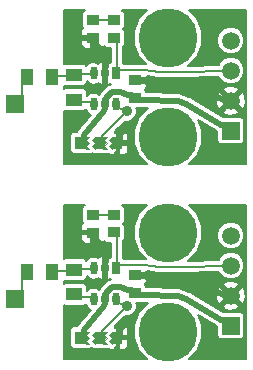
<source format=gtl>
%FSLAX45Y45*%
G04 Gerber Fmt 4.5, Leading zero omitted, Abs format (unit mm)*
G04 Created by KiCad (PCBNEW (2014-07-12 BZR 4289 GOST-COMMITTERS)-product) date 15.03.2017 23:16:08*
%MOMM*%
G01*
G04 APERTURE LIST*
%ADD10C,0.150000*%
%ADD11C,0.100000*%
%ADD12C,1.500000*%
%ADD13R,1.000000X0.900000*%
%ADD14R,1.100000X1.400000*%
%ADD15R,1.016000X0.889000*%
%ADD16R,1.000000X1.100000*%
%ADD17R,0.700000X1.100000*%
%ADD18R,0.900000X1.100000*%
%ADD19R,1.500000X1.500000*%
%ADD20R,0.635000X1.099820*%
%ADD21O,0.635000X1.099820*%
%ADD22R,1.400000X1.100000*%
%ADD23C,5.000000*%
%ADD24C,0.900000*%
%ADD25C,0.500000*%
%ADD26C,0.200000*%
G04 APERTURE END LIST*
D10*
D11*
X11006600Y-9576000D02*
X11006600Y-9476000D01*
X10981600Y-9551000D02*
X11006600Y-9576000D01*
X11006600Y-9526000D02*
X10981600Y-9551000D01*
X10981600Y-9501000D02*
X11006600Y-9526000D01*
X11006600Y-9476000D02*
X10981600Y-9501000D01*
X11001600Y-9491000D02*
X11001600Y-9501000D01*
X10991600Y-9501000D02*
X11001600Y-9491000D01*
X11001600Y-9511000D02*
X10991600Y-9501000D01*
X11001600Y-9541000D02*
X11001600Y-9556000D01*
X10991600Y-9551000D02*
X11001600Y-9541000D01*
X11001600Y-9566000D02*
X10991600Y-9551000D01*
X10936600Y-9501000D02*
X10961600Y-9476000D01*
X10961600Y-9526000D02*
X10936600Y-9501000D01*
X10936600Y-9551000D02*
X10961600Y-9576000D01*
X10961600Y-9526000D02*
X10936600Y-9551000D01*
X10931600Y-9576000D02*
X10961600Y-9576000D01*
X10931600Y-9476000D02*
X10931600Y-9576000D01*
X10961600Y-9476000D02*
X10931600Y-9476000D01*
X10946600Y-9481000D02*
X10936600Y-9491000D01*
X10936600Y-9481000D02*
X10946600Y-9481000D01*
X10936600Y-9561000D02*
X10941600Y-9566000D01*
X10936600Y-9571000D02*
X10936600Y-9561000D01*
X10951600Y-9571000D02*
X10936600Y-9571000D01*
X10941600Y-9536000D02*
X10941600Y-9526000D01*
X10951600Y-9526000D02*
X10941600Y-9536000D01*
X10936600Y-9511000D02*
X10951600Y-9526000D01*
X10936600Y-9546000D02*
X10936600Y-9511000D01*
X10791600Y-9546000D02*
X10791600Y-9511000D01*
X10791600Y-9511000D02*
X10806600Y-9526000D01*
X10806600Y-9526000D02*
X10796600Y-9536000D01*
X10796600Y-9536000D02*
X10796600Y-9526000D01*
X10806600Y-9571000D02*
X10791600Y-9571000D01*
X10791600Y-9571000D02*
X10791600Y-9561000D01*
X10791600Y-9561000D02*
X10796600Y-9566000D01*
X10856600Y-9566000D02*
X10846600Y-9551000D01*
X10846600Y-9551000D02*
X10856600Y-9541000D01*
X10856600Y-9541000D02*
X10856600Y-9556000D01*
X10856600Y-9511000D02*
X10846600Y-9501000D01*
X10846600Y-9501000D02*
X10856600Y-9491000D01*
X10856600Y-9491000D02*
X10856600Y-9501000D01*
X10791600Y-9481000D02*
X10801600Y-9481000D01*
X10801600Y-9481000D02*
X10791600Y-9491000D01*
X10816600Y-9476000D02*
X10786600Y-9476000D01*
X10786600Y-9476000D02*
X10786600Y-9576000D01*
X10786600Y-9576000D02*
X10816600Y-9576000D01*
X10861600Y-9476000D02*
X10836600Y-9501000D01*
X10836600Y-9501000D02*
X10861600Y-9526000D01*
X10861600Y-9526000D02*
X10836600Y-9551000D01*
X10836600Y-9551000D02*
X10861600Y-9576000D01*
X10861600Y-9576000D02*
X10861600Y-9476000D01*
X10816600Y-9526000D02*
X10791600Y-9551000D01*
X10791600Y-9551000D02*
X10816600Y-9576000D01*
X10816600Y-9526000D02*
X10791600Y-9501000D01*
X10791600Y-9501000D02*
X10816600Y-9476000D01*
X11006600Y-11226000D02*
X11006600Y-11126000D01*
X10981600Y-11201000D02*
X11006600Y-11226000D01*
X11006600Y-11176000D02*
X10981600Y-11201000D01*
X10981600Y-11151000D02*
X11006600Y-11176000D01*
X11006600Y-11126000D02*
X10981600Y-11151000D01*
X11001600Y-11141000D02*
X11001600Y-11151000D01*
X10991600Y-11151000D02*
X11001600Y-11141000D01*
X11001600Y-11161000D02*
X10991600Y-11151000D01*
X11001600Y-11191000D02*
X11001600Y-11206000D01*
X10991600Y-11201000D02*
X11001600Y-11191000D01*
X11001600Y-11216000D02*
X10991600Y-11201000D01*
X10936600Y-11151000D02*
X10961600Y-11126000D01*
X10961600Y-11176000D02*
X10936600Y-11151000D01*
X10936600Y-11201000D02*
X10961600Y-11226000D01*
X10961600Y-11176000D02*
X10936600Y-11201000D01*
X10931600Y-11226000D02*
X10961600Y-11226000D01*
X10931600Y-11126000D02*
X10931600Y-11226000D01*
X10961600Y-11126000D02*
X10931600Y-11126000D01*
X10946600Y-11131000D02*
X10936600Y-11141000D01*
X10936600Y-11131000D02*
X10946600Y-11131000D01*
X10936600Y-11211000D02*
X10941600Y-11216000D01*
X10936600Y-11221000D02*
X10936600Y-11211000D01*
X10951600Y-11221000D02*
X10936600Y-11221000D01*
X10941600Y-11186000D02*
X10941600Y-11176000D01*
X10951600Y-11176000D02*
X10941600Y-11186000D01*
X10936600Y-11161000D02*
X10951600Y-11176000D01*
X10936600Y-11196000D02*
X10936600Y-11161000D01*
X10791600Y-11196000D02*
X10791600Y-11161000D01*
X10791600Y-11161000D02*
X10806600Y-11176000D01*
X10806600Y-11176000D02*
X10796600Y-11186000D01*
X10796600Y-11186000D02*
X10796600Y-11176000D01*
X10806600Y-11221000D02*
X10791600Y-11221000D01*
X10791600Y-11221000D02*
X10791600Y-11211000D01*
X10791600Y-11211000D02*
X10796600Y-11216000D01*
X10856600Y-11216000D02*
X10846600Y-11201000D01*
X10846600Y-11201000D02*
X10856600Y-11191000D01*
X10856600Y-11191000D02*
X10856600Y-11206000D01*
X10856600Y-11161000D02*
X10846600Y-11151000D01*
X10846600Y-11151000D02*
X10856600Y-11141000D01*
X10856600Y-11141000D02*
X10856600Y-11151000D01*
X10791600Y-11131000D02*
X10801600Y-11131000D01*
X10801600Y-11131000D02*
X10791600Y-11141000D01*
X10816600Y-11126000D02*
X10786600Y-11126000D01*
X10786600Y-11126000D02*
X10786600Y-11226000D01*
X10786600Y-11226000D02*
X10816600Y-11226000D01*
X10861600Y-11126000D02*
X10836600Y-11151000D01*
X10836600Y-11151000D02*
X10861600Y-11176000D01*
X10861600Y-11176000D02*
X10836600Y-11201000D01*
X10836600Y-11201000D02*
X10861600Y-11226000D01*
X10861600Y-11226000D02*
X10861600Y-11126000D01*
X10816600Y-11176000D02*
X10791600Y-11201000D01*
X10791600Y-11201000D02*
X10816600Y-11226000D01*
X10816600Y-11176000D02*
X10791600Y-11151000D01*
X10791600Y-11151000D02*
X10816600Y-11126000D01*
D12*
X12014200Y-8662400D03*
D13*
X11023600Y-8635800D03*
X11023600Y-8485800D03*
D14*
X10286800Y-8967200D03*
X10496800Y-8967200D03*
D15*
X10845800Y-8484600D03*
X10845800Y-8637000D03*
D16*
X10741600Y-9526000D03*
D17*
X10896600Y-9526000D03*
D18*
X11051600Y-9526000D03*
D19*
X10185400Y-9195800D03*
D20*
X11042396Y-8938752D03*
D21*
X10947400Y-8938752D03*
X10852404Y-8938752D03*
X10852404Y-9198848D03*
X10947400Y-9198848D03*
X11042396Y-9198848D03*
D15*
X11201400Y-9145000D03*
X11201400Y-8992600D03*
D22*
X10685600Y-8950600D03*
X10685600Y-9160600D03*
D23*
X11480800Y-8637000D03*
X11480800Y-9475200D03*
D12*
X12014200Y-8916400D03*
D19*
X12014200Y-9424400D03*
D12*
X12014200Y-9170400D03*
X12014200Y-10566400D03*
D19*
X12014200Y-11074400D03*
D12*
X12014200Y-10820400D03*
D23*
X11480800Y-11125200D03*
X11480800Y-10287000D03*
D22*
X10685600Y-10600600D03*
X10685600Y-10810600D03*
D15*
X11201400Y-10795000D03*
X11201400Y-10642600D03*
D20*
X11042396Y-10588752D03*
D21*
X10947400Y-10588752D03*
X10852404Y-10588752D03*
X10852404Y-10848848D03*
X10947400Y-10848848D03*
X11042396Y-10848848D03*
D19*
X10185400Y-10845800D03*
D16*
X10741600Y-11176000D03*
D17*
X10896600Y-11176000D03*
D18*
X11051600Y-11176000D03*
D15*
X10845800Y-10134600D03*
X10845800Y-10287000D03*
D14*
X10286800Y-10617200D03*
X10496800Y-10617200D03*
D13*
X11023600Y-10285800D03*
X11023600Y-10135800D03*
D12*
X12014200Y-10312400D03*
D24*
X11134400Y-9405700D03*
X11317200Y-9003800D03*
X10965400Y-8819400D03*
X10650000Y-9350000D03*
X10650000Y-8750000D03*
X10650000Y-8450000D03*
X10650000Y-9650000D03*
X11171670Y-8823350D03*
X11171670Y-10473350D03*
X10650000Y-11300000D03*
X10650000Y-10100000D03*
X10650000Y-10400000D03*
X10650000Y-11000000D03*
X10965400Y-10469400D03*
X11317200Y-10653800D03*
X11134400Y-11055700D03*
X11131000Y-9261300D03*
X11131000Y-10911300D03*
D25*
X10650000Y-8750000D02*
X10650000Y-8450000D01*
X10955640Y-8860970D02*
X10965400Y-8819400D01*
X10947400Y-8915510D02*
X10955640Y-8860970D01*
X10947400Y-8938750D02*
X10947400Y-8915510D01*
X12014200Y-9170400D02*
X11317200Y-9003800D01*
X11071600Y-9496000D02*
X11051600Y-9526000D01*
X11071600Y-9471000D02*
X11071600Y-9496000D01*
X11071600Y-9460640D02*
X11071600Y-9471000D01*
X11086240Y-9446000D02*
X11071600Y-9460640D01*
X11134400Y-9405700D02*
X11086240Y-9446000D01*
X11227200Y-9003800D02*
X11201400Y-8992600D01*
X11252200Y-9003800D02*
X11227200Y-9003800D01*
X11317200Y-9003800D02*
X11252200Y-9003800D01*
X10871600Y-8656450D02*
X10845800Y-8637000D01*
X10871600Y-8681450D02*
X10871600Y-8656450D01*
X10871600Y-8691810D02*
X10871600Y-8681450D01*
X10965400Y-8819400D02*
X10871600Y-8691810D01*
X10965400Y-10469400D02*
X10871600Y-10341810D01*
X10871600Y-10341810D02*
X10871600Y-10331450D01*
X10871600Y-10331450D02*
X10871600Y-10306450D01*
X10871600Y-10306450D02*
X10845800Y-10287000D01*
X11317200Y-10653800D02*
X11252200Y-10653800D01*
X11252200Y-10653800D02*
X11227200Y-10653800D01*
X11227200Y-10653800D02*
X11201400Y-10642600D01*
X11134400Y-11055700D02*
X11086240Y-11096000D01*
X11086240Y-11096000D02*
X11071600Y-11110640D01*
X11071600Y-11110640D02*
X11071600Y-11121000D01*
X11071600Y-11121000D02*
X11071600Y-11146000D01*
X11071600Y-11146000D02*
X11051600Y-11176000D01*
X12014200Y-10820400D02*
X11317200Y-10653800D01*
X10947400Y-10588750D02*
X10947400Y-10565510D01*
X10947400Y-10565510D02*
X10955640Y-10510970D01*
X10955640Y-10510970D02*
X10965400Y-10469400D01*
X10650000Y-10400000D02*
X10650000Y-10100000D01*
X10947400Y-9175610D02*
X10947400Y-9198850D01*
X10961730Y-9142200D02*
X10947400Y-9175610D01*
X11008990Y-9094940D02*
X10961730Y-9142200D01*
X11075810Y-9094940D02*
X11008990Y-9094940D01*
X11140240Y-9125550D02*
X11075810Y-9094940D01*
X11150600Y-9125550D02*
X11140240Y-9125550D01*
X11175600Y-9125550D02*
X11150600Y-9125550D01*
X11201400Y-9145000D02*
X11175600Y-9125550D01*
X10766600Y-9496000D02*
X10741600Y-9526000D01*
X10766600Y-9471000D02*
X10766600Y-9496000D01*
X10766600Y-9460640D02*
X10766600Y-9471000D01*
X10939160Y-9258030D02*
X10766600Y-9460640D01*
X10947400Y-9222090D02*
X10939160Y-9258030D01*
X10947400Y-9198850D02*
X10947400Y-9222090D01*
X11227200Y-9164450D02*
X11201400Y-9145000D01*
X11252200Y-9164450D02*
X11227200Y-9164450D01*
X11262560Y-9164450D02*
X11252200Y-9164450D01*
X11568600Y-9170190D02*
X11262560Y-9164450D01*
X11634390Y-9197440D02*
X11568600Y-9170190D01*
X11928840Y-9374400D02*
X11634390Y-9197440D01*
X11939200Y-9374400D02*
X11928840Y-9374400D01*
X11964200Y-9374400D02*
X11939200Y-9374400D01*
X12014200Y-9424400D02*
X11964200Y-9374400D01*
X12014200Y-11074400D02*
X11964200Y-11024400D01*
X11964200Y-11024400D02*
X11939200Y-11024400D01*
X11939200Y-11024400D02*
X11928840Y-11024400D01*
X11928840Y-11024400D02*
X11634390Y-10847440D01*
X11634390Y-10847440D02*
X11568600Y-10820190D01*
X11568600Y-10820190D02*
X11262560Y-10814450D01*
X11262560Y-10814450D02*
X11252200Y-10814450D01*
X11252200Y-10814450D02*
X11227200Y-10814450D01*
X11227200Y-10814450D02*
X11201400Y-10795000D01*
X10947400Y-10848850D02*
X10947400Y-10872090D01*
X10947400Y-10872090D02*
X10939160Y-10908030D01*
X10939160Y-10908030D02*
X10766600Y-11110640D01*
X10766600Y-11110640D02*
X10766600Y-11121000D01*
X10766600Y-11121000D02*
X10766600Y-11146000D01*
X10766600Y-11146000D02*
X10741600Y-11176000D01*
X11201400Y-10795000D02*
X11175600Y-10775550D01*
X11175600Y-10775550D02*
X11150600Y-10775550D01*
X11150600Y-10775550D02*
X11140240Y-10775550D01*
X11140240Y-10775550D02*
X11075810Y-10744940D01*
X11075810Y-10744940D02*
X11008990Y-10744940D01*
X11008990Y-10744940D02*
X10961730Y-10792200D01*
X10961730Y-10792200D02*
X10947400Y-10825610D01*
X10947400Y-10825610D02*
X10947400Y-10848850D01*
D26*
X10886600Y-8485200D02*
X10845800Y-8484600D01*
X10896600Y-8485200D02*
X10886600Y-8485200D01*
X10973600Y-8485200D02*
X10896600Y-8485200D01*
X10983600Y-8485200D02*
X10973600Y-8485200D01*
X11023600Y-8485800D02*
X10983600Y-8485200D01*
X11023600Y-10135800D02*
X10983600Y-10135200D01*
X10983600Y-10135200D02*
X10973600Y-10135200D01*
X10973600Y-10135200D02*
X10896600Y-10135200D01*
X10896600Y-10135200D02*
X10886600Y-10135200D01*
X10886600Y-10135200D02*
X10845800Y-10134600D01*
X10852400Y-8944670D02*
X10852400Y-8938750D01*
X10755600Y-8944670D02*
X10852400Y-8944670D01*
X10745600Y-8944670D02*
X10755600Y-8944670D01*
X10685600Y-8950600D02*
X10745600Y-8944670D01*
X10541800Y-8958900D02*
X10496800Y-8967200D01*
X10551800Y-8958900D02*
X10541800Y-8958900D01*
X10615600Y-8958900D02*
X10551800Y-8958900D01*
X10625600Y-8958900D02*
X10615600Y-8958900D01*
X10685600Y-8950600D02*
X10625600Y-8958900D01*
X10685600Y-10600600D02*
X10625600Y-10608900D01*
X10625600Y-10608900D02*
X10615600Y-10608900D01*
X10615600Y-10608900D02*
X10551800Y-10608900D01*
X10551800Y-10608900D02*
X10541800Y-10608900D01*
X10541800Y-10608900D02*
X10496800Y-10617200D01*
X10685600Y-10600600D02*
X10745600Y-10594670D01*
X10745600Y-10594670D02*
X10755600Y-10594670D01*
X10755600Y-10594670D02*
X10852400Y-10594670D01*
X10852400Y-10594670D02*
X10852400Y-10588750D01*
X10745600Y-9179720D02*
X10685600Y-9160600D01*
X10755600Y-9179720D02*
X10745600Y-9179720D01*
X10852400Y-9179720D02*
X10755600Y-9179720D01*
X10852400Y-9198850D02*
X10852400Y-9179720D01*
X10852400Y-10848850D02*
X10852400Y-10829720D01*
X10852400Y-10829720D02*
X10755600Y-10829720D01*
X10755600Y-10829720D02*
X10745600Y-10829720D01*
X10745600Y-10829720D02*
X10685600Y-10810600D01*
X11049100Y-8670800D02*
X11023600Y-8635800D01*
X11049100Y-8680800D02*
X11049100Y-8670800D01*
X11049100Y-8883760D02*
X11049100Y-8680800D01*
X11049100Y-8893760D02*
X11049100Y-8883760D01*
X11042400Y-8938750D02*
X11049100Y-8893760D01*
X11064150Y-8908250D02*
X11042400Y-8938750D01*
X11074150Y-8908250D02*
X11064150Y-8908250D01*
X11206840Y-8908250D02*
X11074150Y-8908250D01*
X11210630Y-8908140D02*
X11206840Y-8908250D01*
X11243770Y-8908140D02*
X11210630Y-8908140D01*
X11268770Y-8908140D02*
X11243770Y-8908140D01*
X11352410Y-8918790D02*
X11268770Y-8908140D01*
X11395990Y-8927010D02*
X11352410Y-8918790D01*
X11565610Y-8927010D02*
X11395990Y-8927010D01*
X12014200Y-8916400D02*
X11565610Y-8927010D01*
X12014200Y-10566400D02*
X11565610Y-10577010D01*
X11565610Y-10577010D02*
X11395990Y-10577010D01*
X11395990Y-10577010D02*
X11352410Y-10568790D01*
X11352410Y-10568790D02*
X11268770Y-10558140D01*
X11268770Y-10558140D02*
X11243770Y-10558140D01*
X11243770Y-10558140D02*
X11210630Y-10558140D01*
X11210630Y-10558140D02*
X11206840Y-10558250D01*
X11206840Y-10558250D02*
X11074150Y-10558250D01*
X11074150Y-10558250D02*
X11064150Y-10558250D01*
X11064150Y-10558250D02*
X11042400Y-10588750D01*
X11042400Y-10588750D02*
X11049100Y-10543760D01*
X11049100Y-10543760D02*
X11049100Y-10533760D01*
X11049100Y-10533760D02*
X11049100Y-10330800D01*
X11049100Y-10330800D02*
X11049100Y-10320800D01*
X11049100Y-10320800D02*
X11023600Y-10285800D01*
X10921600Y-9481000D02*
X10896600Y-9526000D01*
X10921600Y-9471000D02*
X10921600Y-9481000D01*
X10921600Y-9466860D02*
X10921600Y-9471000D01*
X10927460Y-9461000D02*
X10921600Y-9466860D01*
X11131000Y-9261300D02*
X10927460Y-9461000D01*
X11042400Y-9222090D02*
X11131000Y-9261300D01*
X11042400Y-9198850D02*
X11042400Y-9222090D01*
X11042400Y-10848850D02*
X11042400Y-10872090D01*
X11042400Y-10872090D02*
X11131000Y-10911300D01*
X11131000Y-10911300D02*
X10927460Y-11111000D01*
X10927460Y-11111000D02*
X10921600Y-11116860D01*
X10921600Y-11116860D02*
X10921600Y-11121000D01*
X10921600Y-11121000D02*
X10921600Y-11131000D01*
X10921600Y-11131000D02*
X10896600Y-11176000D01*
X10241800Y-9130800D02*
X10185400Y-9195800D01*
X10241800Y-9120800D02*
X10241800Y-9130800D01*
X10241800Y-9037200D02*
X10241800Y-9120800D01*
X10241800Y-9027200D02*
X10241800Y-9037200D01*
X10286800Y-8967200D02*
X10241800Y-9027200D01*
X10286800Y-10617200D02*
X10241800Y-10677200D01*
X10241800Y-10677200D02*
X10241800Y-10687200D01*
X10241800Y-10687200D02*
X10241800Y-10770800D01*
X10241800Y-10770800D02*
X10241800Y-10780800D01*
X10241800Y-10780800D02*
X10185400Y-10845800D01*
G36*
X10999100Y-10495248D02*
X10992344Y-10498046D01*
X10974787Y-10488485D01*
X10962400Y-10497905D01*
X10962400Y-10573752D01*
X10964400Y-10573752D01*
X10964400Y-10603752D01*
X10962400Y-10603752D01*
X10962400Y-10679599D01*
X10974787Y-10689019D01*
X10992344Y-10679458D01*
X10998531Y-10682020D01*
X10988242Y-10684067D01*
X10984116Y-10684888D01*
X10963028Y-10698978D01*
X10915768Y-10746238D01*
X10908943Y-10756453D01*
X10901993Y-10766578D01*
X10900266Y-10770605D01*
X10899902Y-10770848D01*
X10879862Y-10757458D01*
X10852404Y-10751996D01*
X10824947Y-10757458D01*
X10801669Y-10773011D01*
X10797186Y-10779720D01*
X10795600Y-10779720D01*
X10795600Y-10747644D01*
X10789510Y-10732942D01*
X10778258Y-10721690D01*
X10763557Y-10715600D01*
X10747644Y-10715600D01*
X10607644Y-10715600D01*
X10601800Y-10718020D01*
X10601800Y-10693180D01*
X10607644Y-10695600D01*
X10623557Y-10695600D01*
X10763557Y-10695600D01*
X10778258Y-10689510D01*
X10789510Y-10678258D01*
X10795600Y-10663557D01*
X10795600Y-10655506D01*
X10801669Y-10664589D01*
X10824947Y-10680142D01*
X10852404Y-10685604D01*
X10879862Y-10680142D01*
X10891225Y-10672550D01*
X10892240Y-10673894D01*
X10920013Y-10689019D01*
X10932400Y-10679599D01*
X10932400Y-10603752D01*
X10930400Y-10603752D01*
X10930400Y-10573752D01*
X10932400Y-10573752D01*
X10932400Y-10497905D01*
X10920013Y-10488485D01*
X10892240Y-10503610D01*
X10891225Y-10504954D01*
X10879862Y-10497362D01*
X10852404Y-10491900D01*
X10830800Y-10496197D01*
X10830800Y-10368950D01*
X10830800Y-10302000D01*
X10757500Y-10302000D01*
X10745000Y-10314500D01*
X10745000Y-10341396D01*
X10752612Y-10359773D01*
X10766677Y-10373838D01*
X10785054Y-10381450D01*
X10804946Y-10381450D01*
X10818300Y-10381450D01*
X10830800Y-10368950D01*
X10830800Y-10496197D01*
X10824947Y-10497362D01*
X10801669Y-10512915D01*
X10791599Y-10527985D01*
X10789510Y-10522942D01*
X10778258Y-10511690D01*
X10763557Y-10505600D01*
X10747644Y-10505600D01*
X10607644Y-10505600D01*
X10601800Y-10508020D01*
X10601800Y-10055100D01*
X10775093Y-10055100D01*
X10772342Y-10056240D01*
X10761090Y-10067492D01*
X10755000Y-10082194D01*
X10755000Y-10098107D01*
X10755000Y-10187007D01*
X10761090Y-10201708D01*
X10763110Y-10203729D01*
X10752612Y-10214227D01*
X10745000Y-10232604D01*
X10745000Y-10259500D01*
X10757500Y-10272000D01*
X10830800Y-10272000D01*
X10830800Y-10270000D01*
X10860800Y-10270000D01*
X10860800Y-10272000D01*
X10862800Y-10272000D01*
X10862800Y-10302000D01*
X10860800Y-10302000D01*
X10860800Y-10368950D01*
X10873300Y-10381450D01*
X10886654Y-10381450D01*
X10906546Y-10381450D01*
X10924923Y-10373838D01*
X10938988Y-10359773D01*
X10941043Y-10354812D01*
X10950942Y-10364710D01*
X10965644Y-10370800D01*
X10981557Y-10370800D01*
X10999100Y-10370800D01*
X10999100Y-10495248D01*
X10999100Y-10495248D01*
G37*
X10999100Y-10495248D02*
X10992344Y-10498046D01*
X10974787Y-10488485D01*
X10962400Y-10497905D01*
X10962400Y-10573752D01*
X10964400Y-10573752D01*
X10964400Y-10603752D01*
X10962400Y-10603752D01*
X10962400Y-10679599D01*
X10974787Y-10689019D01*
X10992344Y-10679458D01*
X10998531Y-10682020D01*
X10988242Y-10684067D01*
X10984116Y-10684888D01*
X10963028Y-10698978D01*
X10915768Y-10746238D01*
X10908943Y-10756453D01*
X10901993Y-10766578D01*
X10900266Y-10770605D01*
X10899902Y-10770848D01*
X10879862Y-10757458D01*
X10852404Y-10751996D01*
X10824947Y-10757458D01*
X10801669Y-10773011D01*
X10797186Y-10779720D01*
X10795600Y-10779720D01*
X10795600Y-10747644D01*
X10789510Y-10732942D01*
X10778258Y-10721690D01*
X10763557Y-10715600D01*
X10747644Y-10715600D01*
X10607644Y-10715600D01*
X10601800Y-10718020D01*
X10601800Y-10693180D01*
X10607644Y-10695600D01*
X10623557Y-10695600D01*
X10763557Y-10695600D01*
X10778258Y-10689510D01*
X10789510Y-10678258D01*
X10795600Y-10663557D01*
X10795600Y-10655506D01*
X10801669Y-10664589D01*
X10824947Y-10680142D01*
X10852404Y-10685604D01*
X10879862Y-10680142D01*
X10891225Y-10672550D01*
X10892240Y-10673894D01*
X10920013Y-10689019D01*
X10932400Y-10679599D01*
X10932400Y-10603752D01*
X10930400Y-10603752D01*
X10930400Y-10573752D01*
X10932400Y-10573752D01*
X10932400Y-10497905D01*
X10920013Y-10488485D01*
X10892240Y-10503610D01*
X10891225Y-10504954D01*
X10879862Y-10497362D01*
X10852404Y-10491900D01*
X10830800Y-10496197D01*
X10830800Y-10368950D01*
X10830800Y-10302000D01*
X10757500Y-10302000D01*
X10745000Y-10314500D01*
X10745000Y-10341396D01*
X10752612Y-10359773D01*
X10766677Y-10373838D01*
X10785054Y-10381450D01*
X10804946Y-10381450D01*
X10818300Y-10381450D01*
X10830800Y-10368950D01*
X10830800Y-10496197D01*
X10824947Y-10497362D01*
X10801669Y-10512915D01*
X10791599Y-10527985D01*
X10789510Y-10522942D01*
X10778258Y-10511690D01*
X10763557Y-10505600D01*
X10747644Y-10505600D01*
X10607644Y-10505600D01*
X10601800Y-10508020D01*
X10601800Y-10055100D01*
X10775093Y-10055100D01*
X10772342Y-10056240D01*
X10761090Y-10067492D01*
X10755000Y-10082194D01*
X10755000Y-10098107D01*
X10755000Y-10187007D01*
X10761090Y-10201708D01*
X10763110Y-10203729D01*
X10752612Y-10214227D01*
X10745000Y-10232604D01*
X10745000Y-10259500D01*
X10757500Y-10272000D01*
X10830800Y-10272000D01*
X10830800Y-10270000D01*
X10860800Y-10270000D01*
X10860800Y-10272000D01*
X10862800Y-10272000D01*
X10862800Y-10302000D01*
X10860800Y-10302000D01*
X10860800Y-10368950D01*
X10873300Y-10381450D01*
X10886654Y-10381450D01*
X10906546Y-10381450D01*
X10924923Y-10373838D01*
X10938988Y-10359773D01*
X10941043Y-10354812D01*
X10950942Y-10364710D01*
X10965644Y-10370800D01*
X10981557Y-10370800D01*
X10999100Y-10370800D01*
X10999100Y-10495248D01*
G36*
X11302625Y-10055100D02*
X11235093Y-10122514D01*
X11190850Y-10229062D01*
X11190750Y-10344432D01*
X11234807Y-10451057D01*
X11294680Y-10511036D01*
X11275086Y-10508541D01*
X11271901Y-10508763D01*
X11268770Y-10508140D01*
X11243770Y-10508140D01*
X11210630Y-10508140D01*
X11209907Y-10508284D01*
X11209179Y-10508161D01*
X11206113Y-10508250D01*
X11105204Y-10508250D01*
X11099100Y-10502146D01*
X11099100Y-10361869D01*
X11107510Y-10353458D01*
X11113600Y-10338757D01*
X11113600Y-10322844D01*
X11113600Y-10232844D01*
X11107510Y-10218142D01*
X11100169Y-10210800D01*
X11107510Y-10203458D01*
X11113600Y-10188757D01*
X11113600Y-10172844D01*
X11113600Y-10082844D01*
X11107510Y-10068142D01*
X11096258Y-10056890D01*
X11091938Y-10055100D01*
X11302625Y-10055100D01*
X11302625Y-10055100D01*
G37*
X11302625Y-10055100D02*
X11235093Y-10122514D01*
X11190850Y-10229062D01*
X11190750Y-10344432D01*
X11234807Y-10451057D01*
X11294680Y-10511036D01*
X11275086Y-10508541D01*
X11271901Y-10508763D01*
X11268770Y-10508140D01*
X11243770Y-10508140D01*
X11210630Y-10508140D01*
X11209907Y-10508284D01*
X11209179Y-10508161D01*
X11206113Y-10508250D01*
X11105204Y-10508250D01*
X11099100Y-10502146D01*
X11099100Y-10361869D01*
X11107510Y-10353458D01*
X11113600Y-10338757D01*
X11113600Y-10322844D01*
X11113600Y-10232844D01*
X11107510Y-10218142D01*
X11100169Y-10210800D01*
X11107510Y-10203458D01*
X11113600Y-10188757D01*
X11113600Y-10172844D01*
X11113600Y-10082844D01*
X11107510Y-10068142D01*
X11096258Y-10056890D01*
X11091938Y-10055100D01*
X11302625Y-10055100D01*
G36*
X11315493Y-10880454D02*
X11235093Y-10960714D01*
X11190850Y-11067262D01*
X11190750Y-11182632D01*
X11234807Y-11289257D01*
X11302531Y-11357100D01*
X11146600Y-11357100D01*
X11146600Y-11240946D01*
X11146600Y-11221054D01*
X11146600Y-11203500D01*
X11146600Y-11148500D01*
X11146600Y-11130946D01*
X11146600Y-11111054D01*
X11138988Y-11092677D01*
X11124923Y-11078612D01*
X11106546Y-11071000D01*
X11079100Y-11071000D01*
X11066600Y-11083500D01*
X11066600Y-11161000D01*
X11134100Y-11161000D01*
X11146600Y-11148500D01*
X11146600Y-11203500D01*
X11134100Y-11191000D01*
X11066600Y-11191000D01*
X11066600Y-11268500D01*
X11079100Y-11281000D01*
X11106546Y-11281000D01*
X11124923Y-11273388D01*
X11138988Y-11259323D01*
X11146600Y-11240946D01*
X11146600Y-11357100D01*
X10601800Y-11357100D01*
X10601800Y-10903180D01*
X10607644Y-10905600D01*
X10623557Y-10905600D01*
X10763557Y-10905600D01*
X10778258Y-10899510D01*
X10784497Y-10893271D01*
X10786116Y-10901408D01*
X10801669Y-10924685D01*
X10824947Y-10940238D01*
X10826146Y-10940477D01*
X10717115Y-11068495D01*
X10712177Y-11077342D01*
X10709732Y-11081000D01*
X10683644Y-11081000D01*
X10668942Y-11087090D01*
X10657690Y-11098342D01*
X10651600Y-11113044D01*
X10651600Y-11128957D01*
X10651600Y-11238956D01*
X10657690Y-11253658D01*
X10668942Y-11264910D01*
X10683644Y-11271000D01*
X10699557Y-11271000D01*
X10786600Y-11271000D01*
X10799557Y-11271000D01*
X10816600Y-11271000D01*
X10833821Y-11267575D01*
X10833821Y-11267575D01*
X10838488Y-11264456D01*
X10838942Y-11264910D01*
X10842757Y-11266491D01*
X10844379Y-11267575D01*
X10846293Y-11267955D01*
X10853644Y-11271000D01*
X10861600Y-11271000D01*
X10869557Y-11271000D01*
X10931600Y-11271000D01*
X10939557Y-11271000D01*
X10961600Y-11271000D01*
X10973519Y-11268629D01*
X10978277Y-11273388D01*
X10996654Y-11281000D01*
X11024100Y-11281000D01*
X11036600Y-11268500D01*
X11036600Y-11259036D01*
X11038420Y-11257820D01*
X11048175Y-11243221D01*
X11048175Y-11243221D01*
X11051600Y-11226000D01*
X11051600Y-11176000D01*
X11051600Y-11126000D01*
X11048175Y-11108779D01*
X11048175Y-11108779D01*
X11038420Y-11094180D01*
X11036600Y-11092964D01*
X11036600Y-11083500D01*
X11031788Y-11078688D01*
X11115773Y-10996287D01*
X11147833Y-10996315D01*
X11179086Y-10983402D01*
X11203017Y-10959512D01*
X11215985Y-10928282D01*
X11216015Y-10894467D01*
X11209810Y-10879450D01*
X11227200Y-10879450D01*
X11252200Y-10879450D01*
X11260156Y-10879450D01*
X11261949Y-10879450D01*
X11315493Y-10880454D01*
X11315493Y-10880454D01*
G37*
X11315493Y-10880454D02*
X11235093Y-10960714D01*
X11190850Y-11067262D01*
X11190750Y-11182632D01*
X11234807Y-11289257D01*
X11302531Y-11357100D01*
X11146600Y-11357100D01*
X11146600Y-11240946D01*
X11146600Y-11221054D01*
X11146600Y-11203500D01*
X11146600Y-11148500D01*
X11146600Y-11130946D01*
X11146600Y-11111054D01*
X11138988Y-11092677D01*
X11124923Y-11078612D01*
X11106546Y-11071000D01*
X11079100Y-11071000D01*
X11066600Y-11083500D01*
X11066600Y-11161000D01*
X11134100Y-11161000D01*
X11146600Y-11148500D01*
X11146600Y-11203500D01*
X11134100Y-11191000D01*
X11066600Y-11191000D01*
X11066600Y-11268500D01*
X11079100Y-11281000D01*
X11106546Y-11281000D01*
X11124923Y-11273388D01*
X11138988Y-11259323D01*
X11146600Y-11240946D01*
X11146600Y-11357100D01*
X10601800Y-11357100D01*
X10601800Y-10903180D01*
X10607644Y-10905600D01*
X10623557Y-10905600D01*
X10763557Y-10905600D01*
X10778258Y-10899510D01*
X10784497Y-10893271D01*
X10786116Y-10901408D01*
X10801669Y-10924685D01*
X10824947Y-10940238D01*
X10826146Y-10940477D01*
X10717115Y-11068495D01*
X10712177Y-11077342D01*
X10709732Y-11081000D01*
X10683644Y-11081000D01*
X10668942Y-11087090D01*
X10657690Y-11098342D01*
X10651600Y-11113044D01*
X10651600Y-11128957D01*
X10651600Y-11238956D01*
X10657690Y-11253658D01*
X10668942Y-11264910D01*
X10683644Y-11271000D01*
X10699557Y-11271000D01*
X10786600Y-11271000D01*
X10799557Y-11271000D01*
X10816600Y-11271000D01*
X10833821Y-11267575D01*
X10833821Y-11267575D01*
X10838488Y-11264456D01*
X10838942Y-11264910D01*
X10842757Y-11266491D01*
X10844379Y-11267575D01*
X10846293Y-11267955D01*
X10853644Y-11271000D01*
X10861600Y-11271000D01*
X10869557Y-11271000D01*
X10931600Y-11271000D01*
X10939557Y-11271000D01*
X10961600Y-11271000D01*
X10973519Y-11268629D01*
X10978277Y-11273388D01*
X10996654Y-11281000D01*
X11024100Y-11281000D01*
X11036600Y-11268500D01*
X11036600Y-11259036D01*
X11038420Y-11257820D01*
X11048175Y-11243221D01*
X11048175Y-11243221D01*
X11051600Y-11226000D01*
X11051600Y-11176000D01*
X11051600Y-11126000D01*
X11048175Y-11108779D01*
X11048175Y-11108779D01*
X11038420Y-11094180D01*
X11036600Y-11092964D01*
X11036600Y-11083500D01*
X11031788Y-11078688D01*
X11115773Y-10996287D01*
X11147833Y-10996315D01*
X11179086Y-10983402D01*
X11203017Y-10959512D01*
X11215985Y-10928282D01*
X11216015Y-10894467D01*
X11209810Y-10879450D01*
X11227200Y-10879450D01*
X11252200Y-10879450D01*
X11260156Y-10879450D01*
X11261949Y-10879450D01*
X11315493Y-10880454D01*
G36*
X12144500Y-11357100D02*
X12140768Y-11357100D01*
X12140768Y-10835360D01*
X12136858Y-10785786D01*
X12125408Y-10758143D01*
X12105393Y-10750421D01*
X12084179Y-10771634D01*
X12084179Y-10729207D01*
X12076457Y-10709192D01*
X12029160Y-10693832D01*
X11979586Y-10697742D01*
X11951943Y-10709192D01*
X11944220Y-10729207D01*
X12014200Y-10799187D01*
X12084179Y-10729207D01*
X12084179Y-10771634D01*
X12035413Y-10820400D01*
X12105393Y-10890380D01*
X12125408Y-10882657D01*
X12140768Y-10835360D01*
X12140768Y-11357100D01*
X11658975Y-11357100D01*
X11726507Y-11289686D01*
X11770749Y-11183138D01*
X11770850Y-11067769D01*
X11736504Y-10984644D01*
X11895357Y-11080113D01*
X11899200Y-11081493D01*
X11899200Y-11157357D01*
X11905290Y-11172058D01*
X11916542Y-11183310D01*
X11931243Y-11189400D01*
X11947156Y-11189400D01*
X12097156Y-11189400D01*
X12111858Y-11183310D01*
X12123110Y-11172058D01*
X12129200Y-11157357D01*
X12129200Y-11141444D01*
X12129200Y-10991444D01*
X12123110Y-10976742D01*
X12111858Y-10965490D01*
X12097156Y-10959400D01*
X12084179Y-10959400D01*
X12084179Y-10911593D01*
X12014200Y-10841613D01*
X11992987Y-10862826D01*
X11992987Y-10820400D01*
X11923007Y-10750421D01*
X11902991Y-10758143D01*
X11887632Y-10805440D01*
X11891542Y-10855014D01*
X11902991Y-10882657D01*
X11923007Y-10890380D01*
X11992987Y-10820400D01*
X11992987Y-10862826D01*
X11944220Y-10911593D01*
X11951943Y-10931609D01*
X11999240Y-10946968D01*
X12048814Y-10943058D01*
X12076457Y-10931609D01*
X12084179Y-10911593D01*
X12084179Y-10959400D01*
X12081243Y-10959400D01*
X11964200Y-10959400D01*
X11946869Y-10959400D01*
X11667873Y-10791727D01*
X11663302Y-10790086D01*
X11659264Y-10787388D01*
X11593474Y-10760138D01*
X11581625Y-10757781D01*
X11569819Y-10755201D01*
X11292200Y-10749994D01*
X11292200Y-10742594D01*
X11286110Y-10727892D01*
X11284090Y-10725871D01*
X11294588Y-10715373D01*
X11302200Y-10696996D01*
X11302200Y-10670100D01*
X11289700Y-10657600D01*
X11216400Y-10657600D01*
X11216400Y-10659600D01*
X11186400Y-10659600D01*
X11186400Y-10657600D01*
X11184400Y-10657600D01*
X11184400Y-10627600D01*
X11186400Y-10627600D01*
X11186400Y-10625600D01*
X11216400Y-10625600D01*
X11216400Y-10627600D01*
X11289700Y-10627600D01*
X11302200Y-10615100D01*
X11302200Y-10612800D01*
X11344611Y-10618201D01*
X11386722Y-10626144D01*
X11391401Y-10626097D01*
X11395990Y-10627010D01*
X11565610Y-10627010D01*
X11566200Y-10626893D01*
X11566792Y-10626996D01*
X11911439Y-10618844D01*
X11916651Y-10631457D01*
X11948973Y-10663835D01*
X11991225Y-10681380D01*
X12036975Y-10681420D01*
X12079257Y-10663949D01*
X12111635Y-10631627D01*
X12129180Y-10589375D01*
X12129220Y-10543625D01*
X12129220Y-10289625D01*
X12111749Y-10247343D01*
X12079427Y-10214965D01*
X12037175Y-10197420D01*
X11991425Y-10197380D01*
X11949143Y-10214851D01*
X11916765Y-10247173D01*
X11899220Y-10289425D01*
X11899180Y-10335175D01*
X11916651Y-10377457D01*
X11948973Y-10409835D01*
X11991225Y-10427380D01*
X12036975Y-10427420D01*
X12079257Y-10409949D01*
X12111635Y-10377627D01*
X12129180Y-10335375D01*
X12129220Y-10289625D01*
X12129220Y-10543625D01*
X12111749Y-10501343D01*
X12079427Y-10468965D01*
X12037175Y-10451420D01*
X11991425Y-10451380D01*
X11949143Y-10468851D01*
X11916765Y-10501173D01*
X11909418Y-10518864D01*
X11652934Y-10524931D01*
X11726507Y-10451486D01*
X11770749Y-10344938D01*
X11770850Y-10229569D01*
X11726793Y-10122943D01*
X11659069Y-10055100D01*
X12144500Y-10055100D01*
X12144500Y-11357100D01*
X12144500Y-11357100D01*
G37*
X12144500Y-11357100D02*
X12140768Y-11357100D01*
X12140768Y-10835360D01*
X12136858Y-10785786D01*
X12125408Y-10758143D01*
X12105393Y-10750421D01*
X12084179Y-10771634D01*
X12084179Y-10729207D01*
X12076457Y-10709192D01*
X12029160Y-10693832D01*
X11979586Y-10697742D01*
X11951943Y-10709192D01*
X11944220Y-10729207D01*
X12014200Y-10799187D01*
X12084179Y-10729207D01*
X12084179Y-10771634D01*
X12035413Y-10820400D01*
X12105393Y-10890380D01*
X12125408Y-10882657D01*
X12140768Y-10835360D01*
X12140768Y-11357100D01*
X11658975Y-11357100D01*
X11726507Y-11289686D01*
X11770749Y-11183138D01*
X11770850Y-11067769D01*
X11736504Y-10984644D01*
X11895357Y-11080113D01*
X11899200Y-11081493D01*
X11899200Y-11157357D01*
X11905290Y-11172058D01*
X11916542Y-11183310D01*
X11931243Y-11189400D01*
X11947156Y-11189400D01*
X12097156Y-11189400D01*
X12111858Y-11183310D01*
X12123110Y-11172058D01*
X12129200Y-11157357D01*
X12129200Y-11141444D01*
X12129200Y-10991444D01*
X12123110Y-10976742D01*
X12111858Y-10965490D01*
X12097156Y-10959400D01*
X12084179Y-10959400D01*
X12084179Y-10911593D01*
X12014200Y-10841613D01*
X11992987Y-10862826D01*
X11992987Y-10820400D01*
X11923007Y-10750421D01*
X11902991Y-10758143D01*
X11887632Y-10805440D01*
X11891542Y-10855014D01*
X11902991Y-10882657D01*
X11923007Y-10890380D01*
X11992987Y-10820400D01*
X11992987Y-10862826D01*
X11944220Y-10911593D01*
X11951943Y-10931609D01*
X11999240Y-10946968D01*
X12048814Y-10943058D01*
X12076457Y-10931609D01*
X12084179Y-10911593D01*
X12084179Y-10959400D01*
X12081243Y-10959400D01*
X11964200Y-10959400D01*
X11946869Y-10959400D01*
X11667873Y-10791727D01*
X11663302Y-10790086D01*
X11659264Y-10787388D01*
X11593474Y-10760138D01*
X11581625Y-10757781D01*
X11569819Y-10755201D01*
X11292200Y-10749994D01*
X11292200Y-10742594D01*
X11286110Y-10727892D01*
X11284090Y-10725871D01*
X11294588Y-10715373D01*
X11302200Y-10696996D01*
X11302200Y-10670100D01*
X11289700Y-10657600D01*
X11216400Y-10657600D01*
X11216400Y-10659600D01*
X11186400Y-10659600D01*
X11186400Y-10657600D01*
X11184400Y-10657600D01*
X11184400Y-10627600D01*
X11186400Y-10627600D01*
X11186400Y-10625600D01*
X11216400Y-10625600D01*
X11216400Y-10627600D01*
X11289700Y-10627600D01*
X11302200Y-10615100D01*
X11302200Y-10612800D01*
X11344611Y-10618201D01*
X11386722Y-10626144D01*
X11391401Y-10626097D01*
X11395990Y-10627010D01*
X11565610Y-10627010D01*
X11566200Y-10626893D01*
X11566792Y-10626996D01*
X11911439Y-10618844D01*
X11916651Y-10631457D01*
X11948973Y-10663835D01*
X11991225Y-10681380D01*
X12036975Y-10681420D01*
X12079257Y-10663949D01*
X12111635Y-10631627D01*
X12129180Y-10589375D01*
X12129220Y-10543625D01*
X12129220Y-10289625D01*
X12111749Y-10247343D01*
X12079427Y-10214965D01*
X12037175Y-10197420D01*
X11991425Y-10197380D01*
X11949143Y-10214851D01*
X11916765Y-10247173D01*
X11899220Y-10289425D01*
X11899180Y-10335175D01*
X11916651Y-10377457D01*
X11948973Y-10409835D01*
X11991225Y-10427380D01*
X12036975Y-10427420D01*
X12079257Y-10409949D01*
X12111635Y-10377627D01*
X12129180Y-10335375D01*
X12129220Y-10289625D01*
X12129220Y-10543625D01*
X12111749Y-10501343D01*
X12079427Y-10468965D01*
X12037175Y-10451420D01*
X11991425Y-10451380D01*
X11949143Y-10468851D01*
X11916765Y-10501173D01*
X11909418Y-10518864D01*
X11652934Y-10524931D01*
X11726507Y-10451486D01*
X11770749Y-10344938D01*
X11770850Y-10229569D01*
X11726793Y-10122943D01*
X11659069Y-10055100D01*
X12144500Y-10055100D01*
X12144500Y-11357100D01*
G36*
X10999100Y-8845248D02*
X10992344Y-8848046D01*
X10974787Y-8838485D01*
X10962400Y-8847905D01*
X10962400Y-8923752D01*
X10964400Y-8923752D01*
X10964400Y-8953752D01*
X10962400Y-8953752D01*
X10962400Y-9029599D01*
X10974787Y-9039019D01*
X10992344Y-9029458D01*
X10998531Y-9032020D01*
X10988242Y-9034067D01*
X10984116Y-9034888D01*
X10963028Y-9048978D01*
X10915768Y-9096238D01*
X10908943Y-9106453D01*
X10901993Y-9116578D01*
X10900266Y-9120605D01*
X10899902Y-9120848D01*
X10879862Y-9107458D01*
X10852404Y-9101996D01*
X10824947Y-9107458D01*
X10801669Y-9123011D01*
X10797186Y-9129720D01*
X10795600Y-9129720D01*
X10795600Y-9097644D01*
X10789510Y-9082942D01*
X10778258Y-9071690D01*
X10763557Y-9065600D01*
X10747644Y-9065600D01*
X10607644Y-9065600D01*
X10601800Y-9068020D01*
X10601800Y-9043180D01*
X10607644Y-9045600D01*
X10623557Y-9045600D01*
X10763557Y-9045600D01*
X10778258Y-9039510D01*
X10789510Y-9028258D01*
X10795600Y-9013557D01*
X10795600Y-9005506D01*
X10801669Y-9014589D01*
X10824947Y-9030142D01*
X10852404Y-9035604D01*
X10879862Y-9030142D01*
X10891225Y-9022550D01*
X10892240Y-9023894D01*
X10920013Y-9039019D01*
X10932400Y-9029599D01*
X10932400Y-8953752D01*
X10930400Y-8953752D01*
X10930400Y-8923752D01*
X10932400Y-8923752D01*
X10932400Y-8847905D01*
X10920013Y-8838485D01*
X10892240Y-8853610D01*
X10891225Y-8854954D01*
X10879862Y-8847362D01*
X10852404Y-8841900D01*
X10830800Y-8846197D01*
X10830800Y-8718950D01*
X10830800Y-8652000D01*
X10757500Y-8652000D01*
X10745000Y-8664500D01*
X10745000Y-8691396D01*
X10752612Y-8709773D01*
X10766677Y-8723838D01*
X10785054Y-8731450D01*
X10804946Y-8731450D01*
X10818300Y-8731450D01*
X10830800Y-8718950D01*
X10830800Y-8846197D01*
X10824947Y-8847362D01*
X10801669Y-8862915D01*
X10791599Y-8877985D01*
X10789510Y-8872942D01*
X10778258Y-8861690D01*
X10763557Y-8855600D01*
X10747644Y-8855600D01*
X10607644Y-8855600D01*
X10601800Y-8858020D01*
X10601800Y-8405100D01*
X10775093Y-8405100D01*
X10772342Y-8406240D01*
X10761090Y-8417492D01*
X10755000Y-8432194D01*
X10755000Y-8448107D01*
X10755000Y-8537007D01*
X10761090Y-8551708D01*
X10763110Y-8553729D01*
X10752612Y-8564227D01*
X10745000Y-8582604D01*
X10745000Y-8609500D01*
X10757500Y-8622000D01*
X10830800Y-8622000D01*
X10830800Y-8620000D01*
X10860800Y-8620000D01*
X10860800Y-8622000D01*
X10862800Y-8622000D01*
X10862800Y-8652000D01*
X10860800Y-8652000D01*
X10860800Y-8718950D01*
X10873300Y-8731450D01*
X10886654Y-8731450D01*
X10906546Y-8731450D01*
X10924923Y-8723838D01*
X10938988Y-8709773D01*
X10941043Y-8704812D01*
X10950942Y-8714710D01*
X10965644Y-8720800D01*
X10981557Y-8720800D01*
X10999100Y-8720800D01*
X10999100Y-8845248D01*
X10999100Y-8845248D01*
G37*
X10999100Y-8845248D02*
X10992344Y-8848046D01*
X10974787Y-8838485D01*
X10962400Y-8847905D01*
X10962400Y-8923752D01*
X10964400Y-8923752D01*
X10964400Y-8953752D01*
X10962400Y-8953752D01*
X10962400Y-9029599D01*
X10974787Y-9039019D01*
X10992344Y-9029458D01*
X10998531Y-9032020D01*
X10988242Y-9034067D01*
X10984116Y-9034888D01*
X10963028Y-9048978D01*
X10915768Y-9096238D01*
X10908943Y-9106453D01*
X10901993Y-9116578D01*
X10900266Y-9120605D01*
X10899902Y-9120848D01*
X10879862Y-9107458D01*
X10852404Y-9101996D01*
X10824947Y-9107458D01*
X10801669Y-9123011D01*
X10797186Y-9129720D01*
X10795600Y-9129720D01*
X10795600Y-9097644D01*
X10789510Y-9082942D01*
X10778258Y-9071690D01*
X10763557Y-9065600D01*
X10747644Y-9065600D01*
X10607644Y-9065600D01*
X10601800Y-9068020D01*
X10601800Y-9043180D01*
X10607644Y-9045600D01*
X10623557Y-9045600D01*
X10763557Y-9045600D01*
X10778258Y-9039510D01*
X10789510Y-9028258D01*
X10795600Y-9013557D01*
X10795600Y-9005506D01*
X10801669Y-9014589D01*
X10824947Y-9030142D01*
X10852404Y-9035604D01*
X10879862Y-9030142D01*
X10891225Y-9022550D01*
X10892240Y-9023894D01*
X10920013Y-9039019D01*
X10932400Y-9029599D01*
X10932400Y-8953752D01*
X10930400Y-8953752D01*
X10930400Y-8923752D01*
X10932400Y-8923752D01*
X10932400Y-8847905D01*
X10920013Y-8838485D01*
X10892240Y-8853610D01*
X10891225Y-8854954D01*
X10879862Y-8847362D01*
X10852404Y-8841900D01*
X10830800Y-8846197D01*
X10830800Y-8718950D01*
X10830800Y-8652000D01*
X10757500Y-8652000D01*
X10745000Y-8664500D01*
X10745000Y-8691396D01*
X10752612Y-8709773D01*
X10766677Y-8723838D01*
X10785054Y-8731450D01*
X10804946Y-8731450D01*
X10818300Y-8731450D01*
X10830800Y-8718950D01*
X10830800Y-8846197D01*
X10824947Y-8847362D01*
X10801669Y-8862915D01*
X10791599Y-8877985D01*
X10789510Y-8872942D01*
X10778258Y-8861690D01*
X10763557Y-8855600D01*
X10747644Y-8855600D01*
X10607644Y-8855600D01*
X10601800Y-8858020D01*
X10601800Y-8405100D01*
X10775093Y-8405100D01*
X10772342Y-8406240D01*
X10761090Y-8417492D01*
X10755000Y-8432194D01*
X10755000Y-8448107D01*
X10755000Y-8537007D01*
X10761090Y-8551708D01*
X10763110Y-8553729D01*
X10752612Y-8564227D01*
X10745000Y-8582604D01*
X10745000Y-8609500D01*
X10757500Y-8622000D01*
X10830800Y-8622000D01*
X10830800Y-8620000D01*
X10860800Y-8620000D01*
X10860800Y-8622000D01*
X10862800Y-8622000D01*
X10862800Y-8652000D01*
X10860800Y-8652000D01*
X10860800Y-8718950D01*
X10873300Y-8731450D01*
X10886654Y-8731450D01*
X10906546Y-8731450D01*
X10924923Y-8723838D01*
X10938988Y-8709773D01*
X10941043Y-8704812D01*
X10950942Y-8714710D01*
X10965644Y-8720800D01*
X10981557Y-8720800D01*
X10999100Y-8720800D01*
X10999100Y-8845248D01*
G36*
X11302625Y-8405100D02*
X11235093Y-8472514D01*
X11190850Y-8579062D01*
X11190750Y-8694432D01*
X11234807Y-8801057D01*
X11294680Y-8861036D01*
X11275086Y-8858541D01*
X11271901Y-8858763D01*
X11268770Y-8858140D01*
X11243770Y-8858140D01*
X11210630Y-8858140D01*
X11209907Y-8858284D01*
X11209179Y-8858161D01*
X11206113Y-8858250D01*
X11105204Y-8858250D01*
X11099100Y-8852146D01*
X11099100Y-8711869D01*
X11107510Y-8703458D01*
X11113600Y-8688757D01*
X11113600Y-8672844D01*
X11113600Y-8582844D01*
X11107510Y-8568142D01*
X11100169Y-8560800D01*
X11107510Y-8553458D01*
X11113600Y-8538757D01*
X11113600Y-8522844D01*
X11113600Y-8432844D01*
X11107510Y-8418142D01*
X11096258Y-8406890D01*
X11091938Y-8405100D01*
X11302625Y-8405100D01*
X11302625Y-8405100D01*
G37*
X11302625Y-8405100D02*
X11235093Y-8472514D01*
X11190850Y-8579062D01*
X11190750Y-8694432D01*
X11234807Y-8801057D01*
X11294680Y-8861036D01*
X11275086Y-8858541D01*
X11271901Y-8858763D01*
X11268770Y-8858140D01*
X11243770Y-8858140D01*
X11210630Y-8858140D01*
X11209907Y-8858284D01*
X11209179Y-8858161D01*
X11206113Y-8858250D01*
X11105204Y-8858250D01*
X11099100Y-8852146D01*
X11099100Y-8711869D01*
X11107510Y-8703458D01*
X11113600Y-8688757D01*
X11113600Y-8672844D01*
X11113600Y-8582844D01*
X11107510Y-8568142D01*
X11100169Y-8560800D01*
X11107510Y-8553458D01*
X11113600Y-8538757D01*
X11113600Y-8522844D01*
X11113600Y-8432844D01*
X11107510Y-8418142D01*
X11096258Y-8406890D01*
X11091938Y-8405100D01*
X11302625Y-8405100D01*
G36*
X11315493Y-9230454D02*
X11235093Y-9310714D01*
X11190850Y-9417262D01*
X11190750Y-9532632D01*
X11234807Y-9639257D01*
X11302531Y-9707100D01*
X11146600Y-9707100D01*
X11146600Y-9590946D01*
X11146600Y-9571054D01*
X11146600Y-9553500D01*
X11146600Y-9498500D01*
X11146600Y-9480946D01*
X11146600Y-9461054D01*
X11138988Y-9442677D01*
X11124923Y-9428612D01*
X11106546Y-9421000D01*
X11079100Y-9421000D01*
X11066600Y-9433500D01*
X11066600Y-9511000D01*
X11134100Y-9511000D01*
X11146600Y-9498500D01*
X11146600Y-9553500D01*
X11134100Y-9541000D01*
X11066600Y-9541000D01*
X11066600Y-9618500D01*
X11079100Y-9631000D01*
X11106546Y-9631000D01*
X11124923Y-9623388D01*
X11138988Y-9609323D01*
X11146600Y-9590946D01*
X11146600Y-9707100D01*
X10601800Y-9707100D01*
X10601800Y-9253180D01*
X10607644Y-9255600D01*
X10623557Y-9255600D01*
X10763557Y-9255600D01*
X10778258Y-9249510D01*
X10784497Y-9243271D01*
X10786116Y-9251408D01*
X10801669Y-9274685D01*
X10824947Y-9290238D01*
X10826146Y-9290477D01*
X10717115Y-9418495D01*
X10712177Y-9427342D01*
X10709732Y-9431000D01*
X10683644Y-9431000D01*
X10668942Y-9437090D01*
X10657690Y-9448342D01*
X10651600Y-9463044D01*
X10651600Y-9478957D01*
X10651600Y-9588957D01*
X10657690Y-9603658D01*
X10668942Y-9614910D01*
X10683644Y-9621000D01*
X10699557Y-9621000D01*
X10786600Y-9621000D01*
X10799557Y-9621000D01*
X10816600Y-9621000D01*
X10833821Y-9617575D01*
X10833821Y-9617575D01*
X10838488Y-9614456D01*
X10838942Y-9614910D01*
X10842757Y-9616491D01*
X10844379Y-9617575D01*
X10846293Y-9617955D01*
X10853644Y-9621000D01*
X10861600Y-9621000D01*
X10869557Y-9621000D01*
X10931600Y-9621000D01*
X10939557Y-9621000D01*
X10961600Y-9621000D01*
X10973519Y-9618629D01*
X10978277Y-9623388D01*
X10996654Y-9631000D01*
X11024100Y-9631000D01*
X11036600Y-9618500D01*
X11036600Y-9609036D01*
X11038420Y-9607820D01*
X11048175Y-9593221D01*
X11048175Y-9593221D01*
X11051600Y-9576000D01*
X11051600Y-9526000D01*
X11051600Y-9476000D01*
X11048175Y-9458779D01*
X11048175Y-9458779D01*
X11038420Y-9444180D01*
X11036600Y-9442964D01*
X11036600Y-9433500D01*
X11031788Y-9428688D01*
X11115773Y-9346287D01*
X11147833Y-9346315D01*
X11179086Y-9333402D01*
X11203017Y-9309512D01*
X11215985Y-9278282D01*
X11216015Y-9244467D01*
X11209810Y-9229450D01*
X11227200Y-9229450D01*
X11252200Y-9229450D01*
X11260156Y-9229450D01*
X11261949Y-9229450D01*
X11315493Y-9230454D01*
X11315493Y-9230454D01*
G37*
X11315493Y-9230454D02*
X11235093Y-9310714D01*
X11190850Y-9417262D01*
X11190750Y-9532632D01*
X11234807Y-9639257D01*
X11302531Y-9707100D01*
X11146600Y-9707100D01*
X11146600Y-9590946D01*
X11146600Y-9571054D01*
X11146600Y-9553500D01*
X11146600Y-9498500D01*
X11146600Y-9480946D01*
X11146600Y-9461054D01*
X11138988Y-9442677D01*
X11124923Y-9428612D01*
X11106546Y-9421000D01*
X11079100Y-9421000D01*
X11066600Y-9433500D01*
X11066600Y-9511000D01*
X11134100Y-9511000D01*
X11146600Y-9498500D01*
X11146600Y-9553500D01*
X11134100Y-9541000D01*
X11066600Y-9541000D01*
X11066600Y-9618500D01*
X11079100Y-9631000D01*
X11106546Y-9631000D01*
X11124923Y-9623388D01*
X11138988Y-9609323D01*
X11146600Y-9590946D01*
X11146600Y-9707100D01*
X10601800Y-9707100D01*
X10601800Y-9253180D01*
X10607644Y-9255600D01*
X10623557Y-9255600D01*
X10763557Y-9255600D01*
X10778258Y-9249510D01*
X10784497Y-9243271D01*
X10786116Y-9251408D01*
X10801669Y-9274685D01*
X10824947Y-9290238D01*
X10826146Y-9290477D01*
X10717115Y-9418495D01*
X10712177Y-9427342D01*
X10709732Y-9431000D01*
X10683644Y-9431000D01*
X10668942Y-9437090D01*
X10657690Y-9448342D01*
X10651600Y-9463044D01*
X10651600Y-9478957D01*
X10651600Y-9588957D01*
X10657690Y-9603658D01*
X10668942Y-9614910D01*
X10683644Y-9621000D01*
X10699557Y-9621000D01*
X10786600Y-9621000D01*
X10799557Y-9621000D01*
X10816600Y-9621000D01*
X10833821Y-9617575D01*
X10833821Y-9617575D01*
X10838488Y-9614456D01*
X10838942Y-9614910D01*
X10842757Y-9616491D01*
X10844379Y-9617575D01*
X10846293Y-9617955D01*
X10853644Y-9621000D01*
X10861600Y-9621000D01*
X10869557Y-9621000D01*
X10931600Y-9621000D01*
X10939557Y-9621000D01*
X10961600Y-9621000D01*
X10973519Y-9618629D01*
X10978277Y-9623388D01*
X10996654Y-9631000D01*
X11024100Y-9631000D01*
X11036600Y-9618500D01*
X11036600Y-9609036D01*
X11038420Y-9607820D01*
X11048175Y-9593221D01*
X11048175Y-9593221D01*
X11051600Y-9576000D01*
X11051600Y-9526000D01*
X11051600Y-9476000D01*
X11048175Y-9458779D01*
X11048175Y-9458779D01*
X11038420Y-9444180D01*
X11036600Y-9442964D01*
X11036600Y-9433500D01*
X11031788Y-9428688D01*
X11115773Y-9346287D01*
X11147833Y-9346315D01*
X11179086Y-9333402D01*
X11203017Y-9309512D01*
X11215985Y-9278282D01*
X11216015Y-9244467D01*
X11209810Y-9229450D01*
X11227200Y-9229450D01*
X11252200Y-9229450D01*
X11260156Y-9229450D01*
X11261949Y-9229450D01*
X11315493Y-9230454D01*
G36*
X12144500Y-9707100D02*
X12140768Y-9707100D01*
X12140768Y-9185360D01*
X12136858Y-9135786D01*
X12125408Y-9108143D01*
X12105393Y-9100421D01*
X12084179Y-9121634D01*
X12084179Y-9079207D01*
X12076457Y-9059192D01*
X12029160Y-9043832D01*
X11979586Y-9047742D01*
X11951943Y-9059192D01*
X11944220Y-9079207D01*
X12014200Y-9149187D01*
X12084179Y-9079207D01*
X12084179Y-9121634D01*
X12035413Y-9170400D01*
X12105393Y-9240380D01*
X12125408Y-9232657D01*
X12140768Y-9185360D01*
X12140768Y-9707100D01*
X11658975Y-9707100D01*
X11726507Y-9639686D01*
X11770749Y-9533138D01*
X11770850Y-9417769D01*
X11736504Y-9334644D01*
X11895357Y-9430113D01*
X11899200Y-9431493D01*
X11899200Y-9507357D01*
X11905290Y-9522058D01*
X11916542Y-9533310D01*
X11931243Y-9539400D01*
X11947156Y-9539400D01*
X12097156Y-9539400D01*
X12111858Y-9533310D01*
X12123110Y-9522058D01*
X12129200Y-9507357D01*
X12129200Y-9491444D01*
X12129200Y-9341444D01*
X12123110Y-9326742D01*
X12111858Y-9315490D01*
X12097156Y-9309400D01*
X12084179Y-9309400D01*
X12084179Y-9261593D01*
X12014200Y-9191613D01*
X11992987Y-9212826D01*
X11992987Y-9170400D01*
X11923007Y-9100421D01*
X11902991Y-9108143D01*
X11887632Y-9155440D01*
X11891542Y-9205014D01*
X11902991Y-9232657D01*
X11923007Y-9240380D01*
X11992987Y-9170400D01*
X11992987Y-9212826D01*
X11944220Y-9261593D01*
X11951943Y-9281609D01*
X11999240Y-9296968D01*
X12048814Y-9293058D01*
X12076457Y-9281609D01*
X12084179Y-9261593D01*
X12084179Y-9309400D01*
X12081243Y-9309400D01*
X11964200Y-9309400D01*
X11946869Y-9309400D01*
X11667873Y-9141727D01*
X11663302Y-9140086D01*
X11659264Y-9137388D01*
X11593474Y-9110138D01*
X11581625Y-9107781D01*
X11569819Y-9105201D01*
X11292200Y-9099994D01*
X11292200Y-9092594D01*
X11286110Y-9077892D01*
X11284090Y-9075871D01*
X11294588Y-9065373D01*
X11302200Y-9046996D01*
X11302200Y-9020100D01*
X11289700Y-9007600D01*
X11216400Y-9007600D01*
X11216400Y-9009600D01*
X11186400Y-9009600D01*
X11186400Y-9007600D01*
X11184400Y-9007600D01*
X11184400Y-8977600D01*
X11186400Y-8977600D01*
X11186400Y-8975600D01*
X11216400Y-8975600D01*
X11216400Y-8977600D01*
X11289700Y-8977600D01*
X11302200Y-8965100D01*
X11302200Y-8962800D01*
X11344611Y-8968201D01*
X11386722Y-8976144D01*
X11391401Y-8976097D01*
X11395990Y-8977010D01*
X11565610Y-8977010D01*
X11566200Y-8976893D01*
X11566792Y-8976996D01*
X11911439Y-8968844D01*
X11916651Y-8981457D01*
X11948973Y-9013835D01*
X11991225Y-9031380D01*
X12036975Y-9031420D01*
X12079257Y-9013949D01*
X12111635Y-8981627D01*
X12129180Y-8939375D01*
X12129220Y-8893625D01*
X12129220Y-8639625D01*
X12111749Y-8597343D01*
X12079427Y-8564965D01*
X12037175Y-8547420D01*
X11991425Y-8547380D01*
X11949143Y-8564851D01*
X11916765Y-8597173D01*
X11899220Y-8639425D01*
X11899180Y-8685175D01*
X11916651Y-8727457D01*
X11948973Y-8759835D01*
X11991225Y-8777380D01*
X12036975Y-8777420D01*
X12079257Y-8759949D01*
X12111635Y-8727627D01*
X12129180Y-8685375D01*
X12129220Y-8639625D01*
X12129220Y-8893625D01*
X12111749Y-8851343D01*
X12079427Y-8818965D01*
X12037175Y-8801420D01*
X11991425Y-8801380D01*
X11949143Y-8818851D01*
X11916765Y-8851173D01*
X11909418Y-8868864D01*
X11652934Y-8874931D01*
X11726507Y-8801486D01*
X11770749Y-8694938D01*
X11770850Y-8579569D01*
X11726793Y-8472943D01*
X11659069Y-8405100D01*
X12144500Y-8405100D01*
X12144500Y-9707100D01*
X12144500Y-9707100D01*
G37*
X12144500Y-9707100D02*
X12140768Y-9707100D01*
X12140768Y-9185360D01*
X12136858Y-9135786D01*
X12125408Y-9108143D01*
X12105393Y-9100421D01*
X12084179Y-9121634D01*
X12084179Y-9079207D01*
X12076457Y-9059192D01*
X12029160Y-9043832D01*
X11979586Y-9047742D01*
X11951943Y-9059192D01*
X11944220Y-9079207D01*
X12014200Y-9149187D01*
X12084179Y-9079207D01*
X12084179Y-9121634D01*
X12035413Y-9170400D01*
X12105393Y-9240380D01*
X12125408Y-9232657D01*
X12140768Y-9185360D01*
X12140768Y-9707100D01*
X11658975Y-9707100D01*
X11726507Y-9639686D01*
X11770749Y-9533138D01*
X11770850Y-9417769D01*
X11736504Y-9334644D01*
X11895357Y-9430113D01*
X11899200Y-9431493D01*
X11899200Y-9507357D01*
X11905290Y-9522058D01*
X11916542Y-9533310D01*
X11931243Y-9539400D01*
X11947156Y-9539400D01*
X12097156Y-9539400D01*
X12111858Y-9533310D01*
X12123110Y-9522058D01*
X12129200Y-9507357D01*
X12129200Y-9491444D01*
X12129200Y-9341444D01*
X12123110Y-9326742D01*
X12111858Y-9315490D01*
X12097156Y-9309400D01*
X12084179Y-9309400D01*
X12084179Y-9261593D01*
X12014200Y-9191613D01*
X11992987Y-9212826D01*
X11992987Y-9170400D01*
X11923007Y-9100421D01*
X11902991Y-9108143D01*
X11887632Y-9155440D01*
X11891542Y-9205014D01*
X11902991Y-9232657D01*
X11923007Y-9240380D01*
X11992987Y-9170400D01*
X11992987Y-9212826D01*
X11944220Y-9261593D01*
X11951943Y-9281609D01*
X11999240Y-9296968D01*
X12048814Y-9293058D01*
X12076457Y-9281609D01*
X12084179Y-9261593D01*
X12084179Y-9309400D01*
X12081243Y-9309400D01*
X11964200Y-9309400D01*
X11946869Y-9309400D01*
X11667873Y-9141727D01*
X11663302Y-9140086D01*
X11659264Y-9137388D01*
X11593474Y-9110138D01*
X11581625Y-9107781D01*
X11569819Y-9105201D01*
X11292200Y-9099994D01*
X11292200Y-9092594D01*
X11286110Y-9077892D01*
X11284090Y-9075871D01*
X11294588Y-9065373D01*
X11302200Y-9046996D01*
X11302200Y-9020100D01*
X11289700Y-9007600D01*
X11216400Y-9007600D01*
X11216400Y-9009600D01*
X11186400Y-9009600D01*
X11186400Y-9007600D01*
X11184400Y-9007600D01*
X11184400Y-8977600D01*
X11186400Y-8977600D01*
X11186400Y-8975600D01*
X11216400Y-8975600D01*
X11216400Y-8977600D01*
X11289700Y-8977600D01*
X11302200Y-8965100D01*
X11302200Y-8962800D01*
X11344611Y-8968201D01*
X11386722Y-8976144D01*
X11391401Y-8976097D01*
X11395990Y-8977010D01*
X11565610Y-8977010D01*
X11566200Y-8976893D01*
X11566792Y-8976996D01*
X11911439Y-8968844D01*
X11916651Y-8981457D01*
X11948973Y-9013835D01*
X11991225Y-9031380D01*
X12036975Y-9031420D01*
X12079257Y-9013949D01*
X12111635Y-8981627D01*
X12129180Y-8939375D01*
X12129220Y-8893625D01*
X12129220Y-8639625D01*
X12111749Y-8597343D01*
X12079427Y-8564965D01*
X12037175Y-8547420D01*
X11991425Y-8547380D01*
X11949143Y-8564851D01*
X11916765Y-8597173D01*
X11899220Y-8639425D01*
X11899180Y-8685175D01*
X11916651Y-8727457D01*
X11948973Y-8759835D01*
X11991225Y-8777380D01*
X12036975Y-8777420D01*
X12079257Y-8759949D01*
X12111635Y-8727627D01*
X12129180Y-8685375D01*
X12129220Y-8639625D01*
X12129220Y-8893625D01*
X12111749Y-8851343D01*
X12079427Y-8818965D01*
X12037175Y-8801420D01*
X11991425Y-8801380D01*
X11949143Y-8818851D01*
X11916765Y-8851173D01*
X11909418Y-8868864D01*
X11652934Y-8874931D01*
X11726507Y-8801486D01*
X11770749Y-8694938D01*
X11770850Y-8579569D01*
X11726793Y-8472943D01*
X11659069Y-8405100D01*
X12144500Y-8405100D01*
X12144500Y-9707100D01*
M02*

</source>
